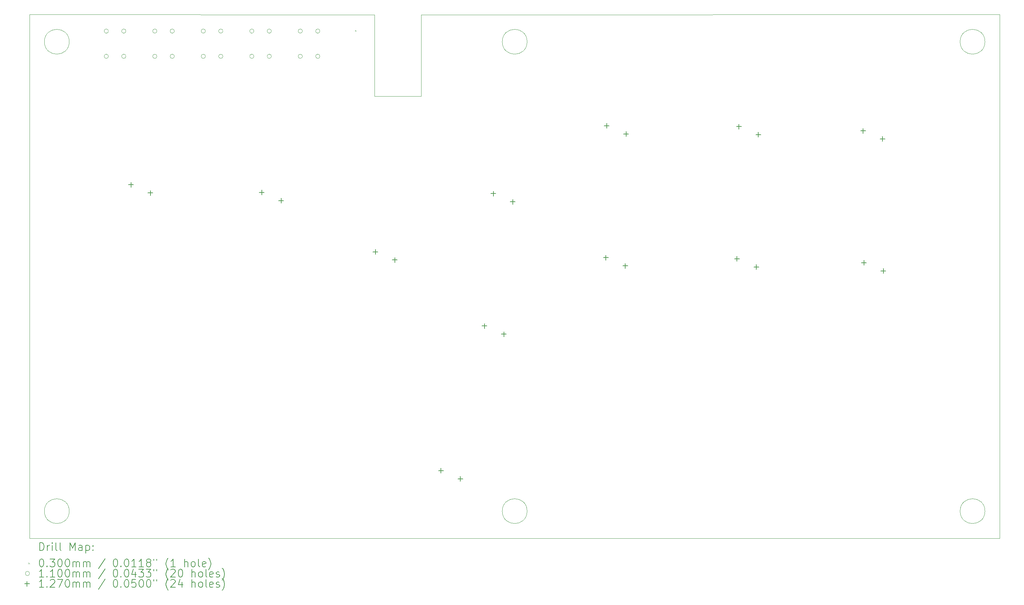
<source format=gbr>
%TF.GenerationSoftware,KiCad,Pcbnew,8.0.1*%
%TF.CreationDate,2024-03-26T13:51:36-04:00*%
%TF.ProjectId,hitbox,68697462-6f78-42e6-9b69-6361645f7063,rev?*%
%TF.SameCoordinates,Original*%
%TF.FileFunction,Drillmap*%
%TF.FilePolarity,Positive*%
%FSLAX45Y45*%
G04 Gerber Fmt 4.5, Leading zero omitted, Abs format (unit mm)*
G04 Created by KiCad (PCBNEW 8.0.1) date 2024-03-26 13:51:36*
%MOMM*%
%LPD*%
G01*
G04 APERTURE LIST*
%ADD10C,0.050000*%
%ADD11C,0.120000*%
%ADD12C,0.200000*%
%ADD13C,0.100000*%
%ADD14C,0.110000*%
%ADD15C,0.127000*%
G04 APERTURE END LIST*
D10*
X23620000Y-6450000D02*
G75*
G02*
X22980000Y-6450000I-320000J0D01*
G01*
X22980000Y-6450000D02*
G75*
G02*
X23620000Y-6450000I320000J0D01*
G01*
X23620000Y-18550000D02*
G75*
G02*
X22980000Y-18550000I-320000J0D01*
G01*
X22980000Y-18550000D02*
G75*
G02*
X23620000Y-18550000I320000J0D01*
G01*
X35420000Y-18550000D02*
G75*
G02*
X34780000Y-18550000I-320000J0D01*
G01*
X34780000Y-18550000D02*
G75*
G02*
X35420000Y-18550000I320000J0D01*
G01*
X35420000Y-6450000D02*
G75*
G02*
X34780000Y-6450000I-320000J0D01*
G01*
X34780000Y-6450000D02*
G75*
G02*
X35420000Y-6450000I320000J0D01*
G01*
X11820000Y-6450000D02*
G75*
G02*
X11180000Y-6450000I-320000J0D01*
G01*
X11180000Y-6450000D02*
G75*
G02*
X11820000Y-6450000I320000J0D01*
G01*
X11820000Y-18550000D02*
G75*
G02*
X11180000Y-18550000I-320000J0D01*
G01*
X11180000Y-18550000D02*
G75*
G02*
X11820000Y-18550000I320000J0D01*
G01*
X19691419Y-5751496D02*
X10800000Y-5750000D01*
X35800000Y-5750000D02*
X20891419Y-5751496D01*
X10800000Y-19250000D02*
X35800000Y-19250000D01*
X10800000Y-5750000D02*
X10800000Y-19250000D01*
X35800000Y-19250000D02*
X35800000Y-5750000D01*
D11*
X19691419Y-5751496D02*
X19691419Y-7851496D01*
X19691419Y-7851496D02*
X20891419Y-7851496D01*
X20891419Y-7851496D02*
X20891419Y-5751496D01*
D12*
D13*
X19185000Y-6149496D02*
X19215000Y-6179496D01*
X19215000Y-6149496D02*
X19185000Y-6179496D01*
D14*
X12830000Y-6175000D02*
G75*
G02*
X12720000Y-6175000I-55000J0D01*
G01*
X12720000Y-6175000D02*
G75*
G02*
X12830000Y-6175000I55000J0D01*
G01*
X12830000Y-6825000D02*
G75*
G02*
X12720000Y-6825000I-55000J0D01*
G01*
X12720000Y-6825000D02*
G75*
G02*
X12830000Y-6825000I55000J0D01*
G01*
X13280000Y-6175000D02*
G75*
G02*
X13170000Y-6175000I-55000J0D01*
G01*
X13170000Y-6175000D02*
G75*
G02*
X13280000Y-6175000I55000J0D01*
G01*
X13280000Y-6825000D02*
G75*
G02*
X13170000Y-6825000I-55000J0D01*
G01*
X13170000Y-6825000D02*
G75*
G02*
X13280000Y-6825000I55000J0D01*
G01*
X14080000Y-6175000D02*
G75*
G02*
X13970000Y-6175000I-55000J0D01*
G01*
X13970000Y-6175000D02*
G75*
G02*
X14080000Y-6175000I55000J0D01*
G01*
X14080000Y-6825000D02*
G75*
G02*
X13970000Y-6825000I-55000J0D01*
G01*
X13970000Y-6825000D02*
G75*
G02*
X14080000Y-6825000I55000J0D01*
G01*
X14530000Y-6175000D02*
G75*
G02*
X14420000Y-6175000I-55000J0D01*
G01*
X14420000Y-6175000D02*
G75*
G02*
X14530000Y-6175000I55000J0D01*
G01*
X14530000Y-6825000D02*
G75*
G02*
X14420000Y-6825000I-55000J0D01*
G01*
X14420000Y-6825000D02*
G75*
G02*
X14530000Y-6825000I55000J0D01*
G01*
X15330000Y-6175000D02*
G75*
G02*
X15220000Y-6175000I-55000J0D01*
G01*
X15220000Y-6175000D02*
G75*
G02*
X15330000Y-6175000I55000J0D01*
G01*
X15330000Y-6825000D02*
G75*
G02*
X15220000Y-6825000I-55000J0D01*
G01*
X15220000Y-6825000D02*
G75*
G02*
X15330000Y-6825000I55000J0D01*
G01*
X15780000Y-6175000D02*
G75*
G02*
X15670000Y-6175000I-55000J0D01*
G01*
X15670000Y-6175000D02*
G75*
G02*
X15780000Y-6175000I55000J0D01*
G01*
X15780000Y-6825000D02*
G75*
G02*
X15670000Y-6825000I-55000J0D01*
G01*
X15670000Y-6825000D02*
G75*
G02*
X15780000Y-6825000I55000J0D01*
G01*
X16580000Y-6175000D02*
G75*
G02*
X16470000Y-6175000I-55000J0D01*
G01*
X16470000Y-6175000D02*
G75*
G02*
X16580000Y-6175000I55000J0D01*
G01*
X16580000Y-6825000D02*
G75*
G02*
X16470000Y-6825000I-55000J0D01*
G01*
X16470000Y-6825000D02*
G75*
G02*
X16580000Y-6825000I55000J0D01*
G01*
X17030000Y-6175000D02*
G75*
G02*
X16920000Y-6175000I-55000J0D01*
G01*
X16920000Y-6175000D02*
G75*
G02*
X17030000Y-6175000I55000J0D01*
G01*
X17030000Y-6825000D02*
G75*
G02*
X16920000Y-6825000I-55000J0D01*
G01*
X16920000Y-6825000D02*
G75*
G02*
X17030000Y-6825000I55000J0D01*
G01*
X17830000Y-6175000D02*
G75*
G02*
X17720000Y-6175000I-55000J0D01*
G01*
X17720000Y-6175000D02*
G75*
G02*
X17830000Y-6175000I55000J0D01*
G01*
X17830000Y-6825000D02*
G75*
G02*
X17720000Y-6825000I-55000J0D01*
G01*
X17720000Y-6825000D02*
G75*
G02*
X17830000Y-6825000I55000J0D01*
G01*
X18280000Y-6175000D02*
G75*
G02*
X18170000Y-6175000I-55000J0D01*
G01*
X18170000Y-6175000D02*
G75*
G02*
X18280000Y-6175000I55000J0D01*
G01*
X18280000Y-6825000D02*
G75*
G02*
X18170000Y-6825000I-55000J0D01*
G01*
X18170000Y-6825000D02*
G75*
G02*
X18280000Y-6825000I55000J0D01*
G01*
D15*
X13410000Y-10071500D02*
X13410000Y-10198500D01*
X13346500Y-10135000D02*
X13473500Y-10135000D01*
X13910000Y-10281500D02*
X13910000Y-10408500D01*
X13846500Y-10345000D02*
X13973500Y-10345000D01*
X16780000Y-10271500D02*
X16780000Y-10398500D01*
X16716500Y-10335000D02*
X16843500Y-10335000D01*
X17280000Y-10481500D02*
X17280000Y-10608500D01*
X17216500Y-10545000D02*
X17343500Y-10545000D01*
X19710000Y-11801500D02*
X19710000Y-11928500D01*
X19646500Y-11865000D02*
X19773500Y-11865000D01*
X20210000Y-12011500D02*
X20210000Y-12138500D01*
X20146500Y-12075000D02*
X20273500Y-12075000D01*
X21400000Y-17441500D02*
X21400000Y-17568500D01*
X21336500Y-17505000D02*
X21463500Y-17505000D01*
X21900000Y-17651500D02*
X21900000Y-17778500D01*
X21836500Y-17715000D02*
X21963500Y-17715000D01*
X22520000Y-13711500D02*
X22520000Y-13838500D01*
X22456500Y-13775000D02*
X22583500Y-13775000D01*
X22750000Y-10301500D02*
X22750000Y-10428500D01*
X22686500Y-10365000D02*
X22813500Y-10365000D01*
X23020000Y-13921500D02*
X23020000Y-14048500D01*
X22956500Y-13985000D02*
X23083500Y-13985000D01*
X23250000Y-10511500D02*
X23250000Y-10638500D01*
X23186500Y-10575000D02*
X23313500Y-10575000D01*
X25650000Y-11951500D02*
X25650000Y-12078500D01*
X25586500Y-12015000D02*
X25713500Y-12015000D01*
X25670000Y-8551500D02*
X25670000Y-8678500D01*
X25606500Y-8615000D02*
X25733500Y-8615000D01*
X26150000Y-12161500D02*
X26150000Y-12288500D01*
X26086500Y-12225000D02*
X26213500Y-12225000D01*
X26170000Y-8761500D02*
X26170000Y-8888500D01*
X26106500Y-8825000D02*
X26233500Y-8825000D01*
X29030000Y-11981500D02*
X29030000Y-12108500D01*
X28966500Y-12045000D02*
X29093500Y-12045000D01*
X29080000Y-8571500D02*
X29080000Y-8698500D01*
X29016500Y-8635000D02*
X29143500Y-8635000D01*
X29530000Y-12191500D02*
X29530000Y-12318500D01*
X29466500Y-12255000D02*
X29593500Y-12255000D01*
X29580000Y-8781500D02*
X29580000Y-8908500D01*
X29516500Y-8845000D02*
X29643500Y-8845000D01*
X32280000Y-8681500D02*
X32280000Y-8808500D01*
X32216500Y-8745000D02*
X32343500Y-8745000D01*
X32300000Y-12081500D02*
X32300000Y-12208500D01*
X32236500Y-12145000D02*
X32363500Y-12145000D01*
X32780000Y-8891500D02*
X32780000Y-9018500D01*
X32716500Y-8955000D02*
X32843500Y-8955000D01*
X32800000Y-12291500D02*
X32800000Y-12418500D01*
X32736500Y-12355000D02*
X32863500Y-12355000D01*
D12*
X11058277Y-19563984D02*
X11058277Y-19363984D01*
X11058277Y-19363984D02*
X11105896Y-19363984D01*
X11105896Y-19363984D02*
X11134467Y-19373508D01*
X11134467Y-19373508D02*
X11153515Y-19392555D01*
X11153515Y-19392555D02*
X11163039Y-19411603D01*
X11163039Y-19411603D02*
X11172563Y-19449698D01*
X11172563Y-19449698D02*
X11172563Y-19478270D01*
X11172563Y-19478270D02*
X11163039Y-19516365D01*
X11163039Y-19516365D02*
X11153515Y-19535412D01*
X11153515Y-19535412D02*
X11134467Y-19554460D01*
X11134467Y-19554460D02*
X11105896Y-19563984D01*
X11105896Y-19563984D02*
X11058277Y-19563984D01*
X11258277Y-19563984D02*
X11258277Y-19430650D01*
X11258277Y-19468746D02*
X11267801Y-19449698D01*
X11267801Y-19449698D02*
X11277324Y-19440174D01*
X11277324Y-19440174D02*
X11296372Y-19430650D01*
X11296372Y-19430650D02*
X11315420Y-19430650D01*
X11382086Y-19563984D02*
X11382086Y-19430650D01*
X11382086Y-19363984D02*
X11372562Y-19373508D01*
X11372562Y-19373508D02*
X11382086Y-19383031D01*
X11382086Y-19383031D02*
X11391610Y-19373508D01*
X11391610Y-19373508D02*
X11382086Y-19363984D01*
X11382086Y-19363984D02*
X11382086Y-19383031D01*
X11505896Y-19563984D02*
X11486848Y-19554460D01*
X11486848Y-19554460D02*
X11477324Y-19535412D01*
X11477324Y-19535412D02*
X11477324Y-19363984D01*
X11610658Y-19563984D02*
X11591610Y-19554460D01*
X11591610Y-19554460D02*
X11582086Y-19535412D01*
X11582086Y-19535412D02*
X11582086Y-19363984D01*
X11839229Y-19563984D02*
X11839229Y-19363984D01*
X11839229Y-19363984D02*
X11905896Y-19506841D01*
X11905896Y-19506841D02*
X11972562Y-19363984D01*
X11972562Y-19363984D02*
X11972562Y-19563984D01*
X12153515Y-19563984D02*
X12153515Y-19459222D01*
X12153515Y-19459222D02*
X12143991Y-19440174D01*
X12143991Y-19440174D02*
X12124943Y-19430650D01*
X12124943Y-19430650D02*
X12086848Y-19430650D01*
X12086848Y-19430650D02*
X12067801Y-19440174D01*
X12153515Y-19554460D02*
X12134467Y-19563984D01*
X12134467Y-19563984D02*
X12086848Y-19563984D01*
X12086848Y-19563984D02*
X12067801Y-19554460D01*
X12067801Y-19554460D02*
X12058277Y-19535412D01*
X12058277Y-19535412D02*
X12058277Y-19516365D01*
X12058277Y-19516365D02*
X12067801Y-19497317D01*
X12067801Y-19497317D02*
X12086848Y-19487793D01*
X12086848Y-19487793D02*
X12134467Y-19487793D01*
X12134467Y-19487793D02*
X12153515Y-19478270D01*
X12248753Y-19430650D02*
X12248753Y-19630650D01*
X12248753Y-19440174D02*
X12267801Y-19430650D01*
X12267801Y-19430650D02*
X12305896Y-19430650D01*
X12305896Y-19430650D02*
X12324943Y-19440174D01*
X12324943Y-19440174D02*
X12334467Y-19449698D01*
X12334467Y-19449698D02*
X12343991Y-19468746D01*
X12343991Y-19468746D02*
X12343991Y-19525889D01*
X12343991Y-19525889D02*
X12334467Y-19544936D01*
X12334467Y-19544936D02*
X12324943Y-19554460D01*
X12324943Y-19554460D02*
X12305896Y-19563984D01*
X12305896Y-19563984D02*
X12267801Y-19563984D01*
X12267801Y-19563984D02*
X12248753Y-19554460D01*
X12429705Y-19544936D02*
X12439229Y-19554460D01*
X12439229Y-19554460D02*
X12429705Y-19563984D01*
X12429705Y-19563984D02*
X12420182Y-19554460D01*
X12420182Y-19554460D02*
X12429705Y-19544936D01*
X12429705Y-19544936D02*
X12429705Y-19563984D01*
X12429705Y-19440174D02*
X12439229Y-19449698D01*
X12439229Y-19449698D02*
X12429705Y-19459222D01*
X12429705Y-19459222D02*
X12420182Y-19449698D01*
X12420182Y-19449698D02*
X12429705Y-19440174D01*
X12429705Y-19440174D02*
X12429705Y-19459222D01*
D13*
X10767500Y-19877500D02*
X10797500Y-19907500D01*
X10797500Y-19877500D02*
X10767500Y-19907500D01*
D12*
X11096372Y-19783984D02*
X11115420Y-19783984D01*
X11115420Y-19783984D02*
X11134467Y-19793508D01*
X11134467Y-19793508D02*
X11143991Y-19803031D01*
X11143991Y-19803031D02*
X11153515Y-19822079D01*
X11153515Y-19822079D02*
X11163039Y-19860174D01*
X11163039Y-19860174D02*
X11163039Y-19907793D01*
X11163039Y-19907793D02*
X11153515Y-19945889D01*
X11153515Y-19945889D02*
X11143991Y-19964936D01*
X11143991Y-19964936D02*
X11134467Y-19974460D01*
X11134467Y-19974460D02*
X11115420Y-19983984D01*
X11115420Y-19983984D02*
X11096372Y-19983984D01*
X11096372Y-19983984D02*
X11077324Y-19974460D01*
X11077324Y-19974460D02*
X11067801Y-19964936D01*
X11067801Y-19964936D02*
X11058277Y-19945889D01*
X11058277Y-19945889D02*
X11048753Y-19907793D01*
X11048753Y-19907793D02*
X11048753Y-19860174D01*
X11048753Y-19860174D02*
X11058277Y-19822079D01*
X11058277Y-19822079D02*
X11067801Y-19803031D01*
X11067801Y-19803031D02*
X11077324Y-19793508D01*
X11077324Y-19793508D02*
X11096372Y-19783984D01*
X11248753Y-19964936D02*
X11258277Y-19974460D01*
X11258277Y-19974460D02*
X11248753Y-19983984D01*
X11248753Y-19983984D02*
X11239229Y-19974460D01*
X11239229Y-19974460D02*
X11248753Y-19964936D01*
X11248753Y-19964936D02*
X11248753Y-19983984D01*
X11324943Y-19783984D02*
X11448753Y-19783984D01*
X11448753Y-19783984D02*
X11382086Y-19860174D01*
X11382086Y-19860174D02*
X11410658Y-19860174D01*
X11410658Y-19860174D02*
X11429705Y-19869698D01*
X11429705Y-19869698D02*
X11439229Y-19879222D01*
X11439229Y-19879222D02*
X11448753Y-19898270D01*
X11448753Y-19898270D02*
X11448753Y-19945889D01*
X11448753Y-19945889D02*
X11439229Y-19964936D01*
X11439229Y-19964936D02*
X11429705Y-19974460D01*
X11429705Y-19974460D02*
X11410658Y-19983984D01*
X11410658Y-19983984D02*
X11353515Y-19983984D01*
X11353515Y-19983984D02*
X11334467Y-19974460D01*
X11334467Y-19974460D02*
X11324943Y-19964936D01*
X11572562Y-19783984D02*
X11591610Y-19783984D01*
X11591610Y-19783984D02*
X11610658Y-19793508D01*
X11610658Y-19793508D02*
X11620182Y-19803031D01*
X11620182Y-19803031D02*
X11629705Y-19822079D01*
X11629705Y-19822079D02*
X11639229Y-19860174D01*
X11639229Y-19860174D02*
X11639229Y-19907793D01*
X11639229Y-19907793D02*
X11629705Y-19945889D01*
X11629705Y-19945889D02*
X11620182Y-19964936D01*
X11620182Y-19964936D02*
X11610658Y-19974460D01*
X11610658Y-19974460D02*
X11591610Y-19983984D01*
X11591610Y-19983984D02*
X11572562Y-19983984D01*
X11572562Y-19983984D02*
X11553515Y-19974460D01*
X11553515Y-19974460D02*
X11543991Y-19964936D01*
X11543991Y-19964936D02*
X11534467Y-19945889D01*
X11534467Y-19945889D02*
X11524943Y-19907793D01*
X11524943Y-19907793D02*
X11524943Y-19860174D01*
X11524943Y-19860174D02*
X11534467Y-19822079D01*
X11534467Y-19822079D02*
X11543991Y-19803031D01*
X11543991Y-19803031D02*
X11553515Y-19793508D01*
X11553515Y-19793508D02*
X11572562Y-19783984D01*
X11763039Y-19783984D02*
X11782086Y-19783984D01*
X11782086Y-19783984D02*
X11801134Y-19793508D01*
X11801134Y-19793508D02*
X11810658Y-19803031D01*
X11810658Y-19803031D02*
X11820182Y-19822079D01*
X11820182Y-19822079D02*
X11829705Y-19860174D01*
X11829705Y-19860174D02*
X11829705Y-19907793D01*
X11829705Y-19907793D02*
X11820182Y-19945889D01*
X11820182Y-19945889D02*
X11810658Y-19964936D01*
X11810658Y-19964936D02*
X11801134Y-19974460D01*
X11801134Y-19974460D02*
X11782086Y-19983984D01*
X11782086Y-19983984D02*
X11763039Y-19983984D01*
X11763039Y-19983984D02*
X11743991Y-19974460D01*
X11743991Y-19974460D02*
X11734467Y-19964936D01*
X11734467Y-19964936D02*
X11724943Y-19945889D01*
X11724943Y-19945889D02*
X11715420Y-19907793D01*
X11715420Y-19907793D02*
X11715420Y-19860174D01*
X11715420Y-19860174D02*
X11724943Y-19822079D01*
X11724943Y-19822079D02*
X11734467Y-19803031D01*
X11734467Y-19803031D02*
X11743991Y-19793508D01*
X11743991Y-19793508D02*
X11763039Y-19783984D01*
X11915420Y-19983984D02*
X11915420Y-19850650D01*
X11915420Y-19869698D02*
X11924943Y-19860174D01*
X11924943Y-19860174D02*
X11943991Y-19850650D01*
X11943991Y-19850650D02*
X11972563Y-19850650D01*
X11972563Y-19850650D02*
X11991610Y-19860174D01*
X11991610Y-19860174D02*
X12001134Y-19879222D01*
X12001134Y-19879222D02*
X12001134Y-19983984D01*
X12001134Y-19879222D02*
X12010658Y-19860174D01*
X12010658Y-19860174D02*
X12029705Y-19850650D01*
X12029705Y-19850650D02*
X12058277Y-19850650D01*
X12058277Y-19850650D02*
X12077324Y-19860174D01*
X12077324Y-19860174D02*
X12086848Y-19879222D01*
X12086848Y-19879222D02*
X12086848Y-19983984D01*
X12182086Y-19983984D02*
X12182086Y-19850650D01*
X12182086Y-19869698D02*
X12191610Y-19860174D01*
X12191610Y-19860174D02*
X12210658Y-19850650D01*
X12210658Y-19850650D02*
X12239229Y-19850650D01*
X12239229Y-19850650D02*
X12258277Y-19860174D01*
X12258277Y-19860174D02*
X12267801Y-19879222D01*
X12267801Y-19879222D02*
X12267801Y-19983984D01*
X12267801Y-19879222D02*
X12277324Y-19860174D01*
X12277324Y-19860174D02*
X12296372Y-19850650D01*
X12296372Y-19850650D02*
X12324943Y-19850650D01*
X12324943Y-19850650D02*
X12343991Y-19860174D01*
X12343991Y-19860174D02*
X12353515Y-19879222D01*
X12353515Y-19879222D02*
X12353515Y-19983984D01*
X12743991Y-19774460D02*
X12572563Y-20031603D01*
X13001134Y-19783984D02*
X13020182Y-19783984D01*
X13020182Y-19783984D02*
X13039229Y-19793508D01*
X13039229Y-19793508D02*
X13048753Y-19803031D01*
X13048753Y-19803031D02*
X13058277Y-19822079D01*
X13058277Y-19822079D02*
X13067801Y-19860174D01*
X13067801Y-19860174D02*
X13067801Y-19907793D01*
X13067801Y-19907793D02*
X13058277Y-19945889D01*
X13058277Y-19945889D02*
X13048753Y-19964936D01*
X13048753Y-19964936D02*
X13039229Y-19974460D01*
X13039229Y-19974460D02*
X13020182Y-19983984D01*
X13020182Y-19983984D02*
X13001134Y-19983984D01*
X13001134Y-19983984D02*
X12982086Y-19974460D01*
X12982086Y-19974460D02*
X12972563Y-19964936D01*
X12972563Y-19964936D02*
X12963039Y-19945889D01*
X12963039Y-19945889D02*
X12953515Y-19907793D01*
X12953515Y-19907793D02*
X12953515Y-19860174D01*
X12953515Y-19860174D02*
X12963039Y-19822079D01*
X12963039Y-19822079D02*
X12972563Y-19803031D01*
X12972563Y-19803031D02*
X12982086Y-19793508D01*
X12982086Y-19793508D02*
X13001134Y-19783984D01*
X13153515Y-19964936D02*
X13163039Y-19974460D01*
X13163039Y-19974460D02*
X13153515Y-19983984D01*
X13153515Y-19983984D02*
X13143991Y-19974460D01*
X13143991Y-19974460D02*
X13153515Y-19964936D01*
X13153515Y-19964936D02*
X13153515Y-19983984D01*
X13286848Y-19783984D02*
X13305896Y-19783984D01*
X13305896Y-19783984D02*
X13324944Y-19793508D01*
X13324944Y-19793508D02*
X13334467Y-19803031D01*
X13334467Y-19803031D02*
X13343991Y-19822079D01*
X13343991Y-19822079D02*
X13353515Y-19860174D01*
X13353515Y-19860174D02*
X13353515Y-19907793D01*
X13353515Y-19907793D02*
X13343991Y-19945889D01*
X13343991Y-19945889D02*
X13334467Y-19964936D01*
X13334467Y-19964936D02*
X13324944Y-19974460D01*
X13324944Y-19974460D02*
X13305896Y-19983984D01*
X13305896Y-19983984D02*
X13286848Y-19983984D01*
X13286848Y-19983984D02*
X13267801Y-19974460D01*
X13267801Y-19974460D02*
X13258277Y-19964936D01*
X13258277Y-19964936D02*
X13248753Y-19945889D01*
X13248753Y-19945889D02*
X13239229Y-19907793D01*
X13239229Y-19907793D02*
X13239229Y-19860174D01*
X13239229Y-19860174D02*
X13248753Y-19822079D01*
X13248753Y-19822079D02*
X13258277Y-19803031D01*
X13258277Y-19803031D02*
X13267801Y-19793508D01*
X13267801Y-19793508D02*
X13286848Y-19783984D01*
X13543991Y-19983984D02*
X13429706Y-19983984D01*
X13486848Y-19983984D02*
X13486848Y-19783984D01*
X13486848Y-19783984D02*
X13467801Y-19812555D01*
X13467801Y-19812555D02*
X13448753Y-19831603D01*
X13448753Y-19831603D02*
X13429706Y-19841127D01*
X13734467Y-19983984D02*
X13620182Y-19983984D01*
X13677325Y-19983984D02*
X13677325Y-19783984D01*
X13677325Y-19783984D02*
X13658277Y-19812555D01*
X13658277Y-19812555D02*
X13639229Y-19831603D01*
X13639229Y-19831603D02*
X13620182Y-19841127D01*
X13848753Y-19869698D02*
X13829706Y-19860174D01*
X13829706Y-19860174D02*
X13820182Y-19850650D01*
X13820182Y-19850650D02*
X13810658Y-19831603D01*
X13810658Y-19831603D02*
X13810658Y-19822079D01*
X13810658Y-19822079D02*
X13820182Y-19803031D01*
X13820182Y-19803031D02*
X13829706Y-19793508D01*
X13829706Y-19793508D02*
X13848753Y-19783984D01*
X13848753Y-19783984D02*
X13886848Y-19783984D01*
X13886848Y-19783984D02*
X13905896Y-19793508D01*
X13905896Y-19793508D02*
X13915420Y-19803031D01*
X13915420Y-19803031D02*
X13924944Y-19822079D01*
X13924944Y-19822079D02*
X13924944Y-19831603D01*
X13924944Y-19831603D02*
X13915420Y-19850650D01*
X13915420Y-19850650D02*
X13905896Y-19860174D01*
X13905896Y-19860174D02*
X13886848Y-19869698D01*
X13886848Y-19869698D02*
X13848753Y-19869698D01*
X13848753Y-19869698D02*
X13829706Y-19879222D01*
X13829706Y-19879222D02*
X13820182Y-19888746D01*
X13820182Y-19888746D02*
X13810658Y-19907793D01*
X13810658Y-19907793D02*
X13810658Y-19945889D01*
X13810658Y-19945889D02*
X13820182Y-19964936D01*
X13820182Y-19964936D02*
X13829706Y-19974460D01*
X13829706Y-19974460D02*
X13848753Y-19983984D01*
X13848753Y-19983984D02*
X13886848Y-19983984D01*
X13886848Y-19983984D02*
X13905896Y-19974460D01*
X13905896Y-19974460D02*
X13915420Y-19964936D01*
X13915420Y-19964936D02*
X13924944Y-19945889D01*
X13924944Y-19945889D02*
X13924944Y-19907793D01*
X13924944Y-19907793D02*
X13915420Y-19888746D01*
X13915420Y-19888746D02*
X13905896Y-19879222D01*
X13905896Y-19879222D02*
X13886848Y-19869698D01*
X14001134Y-19783984D02*
X14001134Y-19822079D01*
X14077325Y-19783984D02*
X14077325Y-19822079D01*
X14372563Y-20060174D02*
X14363039Y-20050650D01*
X14363039Y-20050650D02*
X14343991Y-20022079D01*
X14343991Y-20022079D02*
X14334468Y-20003031D01*
X14334468Y-20003031D02*
X14324944Y-19974460D01*
X14324944Y-19974460D02*
X14315420Y-19926841D01*
X14315420Y-19926841D02*
X14315420Y-19888746D01*
X14315420Y-19888746D02*
X14324944Y-19841127D01*
X14324944Y-19841127D02*
X14334468Y-19812555D01*
X14334468Y-19812555D02*
X14343991Y-19793508D01*
X14343991Y-19793508D02*
X14363039Y-19764936D01*
X14363039Y-19764936D02*
X14372563Y-19755412D01*
X14553515Y-19983984D02*
X14439229Y-19983984D01*
X14496372Y-19983984D02*
X14496372Y-19783984D01*
X14496372Y-19783984D02*
X14477325Y-19812555D01*
X14477325Y-19812555D02*
X14458277Y-19831603D01*
X14458277Y-19831603D02*
X14439229Y-19841127D01*
X14791610Y-19983984D02*
X14791610Y-19783984D01*
X14877325Y-19983984D02*
X14877325Y-19879222D01*
X14877325Y-19879222D02*
X14867801Y-19860174D01*
X14867801Y-19860174D02*
X14848753Y-19850650D01*
X14848753Y-19850650D02*
X14820182Y-19850650D01*
X14820182Y-19850650D02*
X14801134Y-19860174D01*
X14801134Y-19860174D02*
X14791610Y-19869698D01*
X15001134Y-19983984D02*
X14982087Y-19974460D01*
X14982087Y-19974460D02*
X14972563Y-19964936D01*
X14972563Y-19964936D02*
X14963039Y-19945889D01*
X14963039Y-19945889D02*
X14963039Y-19888746D01*
X14963039Y-19888746D02*
X14972563Y-19869698D01*
X14972563Y-19869698D02*
X14982087Y-19860174D01*
X14982087Y-19860174D02*
X15001134Y-19850650D01*
X15001134Y-19850650D02*
X15029706Y-19850650D01*
X15029706Y-19850650D02*
X15048753Y-19860174D01*
X15048753Y-19860174D02*
X15058277Y-19869698D01*
X15058277Y-19869698D02*
X15067801Y-19888746D01*
X15067801Y-19888746D02*
X15067801Y-19945889D01*
X15067801Y-19945889D02*
X15058277Y-19964936D01*
X15058277Y-19964936D02*
X15048753Y-19974460D01*
X15048753Y-19974460D02*
X15029706Y-19983984D01*
X15029706Y-19983984D02*
X15001134Y-19983984D01*
X15182087Y-19983984D02*
X15163039Y-19974460D01*
X15163039Y-19974460D02*
X15153515Y-19955412D01*
X15153515Y-19955412D02*
X15153515Y-19783984D01*
X15334468Y-19974460D02*
X15315420Y-19983984D01*
X15315420Y-19983984D02*
X15277325Y-19983984D01*
X15277325Y-19983984D02*
X15258277Y-19974460D01*
X15258277Y-19974460D02*
X15248753Y-19955412D01*
X15248753Y-19955412D02*
X15248753Y-19879222D01*
X15248753Y-19879222D02*
X15258277Y-19860174D01*
X15258277Y-19860174D02*
X15277325Y-19850650D01*
X15277325Y-19850650D02*
X15315420Y-19850650D01*
X15315420Y-19850650D02*
X15334468Y-19860174D01*
X15334468Y-19860174D02*
X15343991Y-19879222D01*
X15343991Y-19879222D02*
X15343991Y-19898270D01*
X15343991Y-19898270D02*
X15248753Y-19917317D01*
X15410658Y-20060174D02*
X15420182Y-20050650D01*
X15420182Y-20050650D02*
X15439230Y-20022079D01*
X15439230Y-20022079D02*
X15448753Y-20003031D01*
X15448753Y-20003031D02*
X15458277Y-19974460D01*
X15458277Y-19974460D02*
X15467801Y-19926841D01*
X15467801Y-19926841D02*
X15467801Y-19888746D01*
X15467801Y-19888746D02*
X15458277Y-19841127D01*
X15458277Y-19841127D02*
X15448753Y-19812555D01*
X15448753Y-19812555D02*
X15439230Y-19793508D01*
X15439230Y-19793508D02*
X15420182Y-19764936D01*
X15420182Y-19764936D02*
X15410658Y-19755412D01*
D14*
X10797500Y-20156500D02*
G75*
G02*
X10687500Y-20156500I-55000J0D01*
G01*
X10687500Y-20156500D02*
G75*
G02*
X10797500Y-20156500I55000J0D01*
G01*
D12*
X11163039Y-20247984D02*
X11048753Y-20247984D01*
X11105896Y-20247984D02*
X11105896Y-20047984D01*
X11105896Y-20047984D02*
X11086848Y-20076555D01*
X11086848Y-20076555D02*
X11067801Y-20095603D01*
X11067801Y-20095603D02*
X11048753Y-20105127D01*
X11248753Y-20228936D02*
X11258277Y-20238460D01*
X11258277Y-20238460D02*
X11248753Y-20247984D01*
X11248753Y-20247984D02*
X11239229Y-20238460D01*
X11239229Y-20238460D02*
X11248753Y-20228936D01*
X11248753Y-20228936D02*
X11248753Y-20247984D01*
X11448753Y-20247984D02*
X11334467Y-20247984D01*
X11391610Y-20247984D02*
X11391610Y-20047984D01*
X11391610Y-20047984D02*
X11372562Y-20076555D01*
X11372562Y-20076555D02*
X11353515Y-20095603D01*
X11353515Y-20095603D02*
X11334467Y-20105127D01*
X11572562Y-20047984D02*
X11591610Y-20047984D01*
X11591610Y-20047984D02*
X11610658Y-20057508D01*
X11610658Y-20057508D02*
X11620182Y-20067031D01*
X11620182Y-20067031D02*
X11629705Y-20086079D01*
X11629705Y-20086079D02*
X11639229Y-20124174D01*
X11639229Y-20124174D02*
X11639229Y-20171793D01*
X11639229Y-20171793D02*
X11629705Y-20209889D01*
X11629705Y-20209889D02*
X11620182Y-20228936D01*
X11620182Y-20228936D02*
X11610658Y-20238460D01*
X11610658Y-20238460D02*
X11591610Y-20247984D01*
X11591610Y-20247984D02*
X11572562Y-20247984D01*
X11572562Y-20247984D02*
X11553515Y-20238460D01*
X11553515Y-20238460D02*
X11543991Y-20228936D01*
X11543991Y-20228936D02*
X11534467Y-20209889D01*
X11534467Y-20209889D02*
X11524943Y-20171793D01*
X11524943Y-20171793D02*
X11524943Y-20124174D01*
X11524943Y-20124174D02*
X11534467Y-20086079D01*
X11534467Y-20086079D02*
X11543991Y-20067031D01*
X11543991Y-20067031D02*
X11553515Y-20057508D01*
X11553515Y-20057508D02*
X11572562Y-20047984D01*
X11763039Y-20047984D02*
X11782086Y-20047984D01*
X11782086Y-20047984D02*
X11801134Y-20057508D01*
X11801134Y-20057508D02*
X11810658Y-20067031D01*
X11810658Y-20067031D02*
X11820182Y-20086079D01*
X11820182Y-20086079D02*
X11829705Y-20124174D01*
X11829705Y-20124174D02*
X11829705Y-20171793D01*
X11829705Y-20171793D02*
X11820182Y-20209889D01*
X11820182Y-20209889D02*
X11810658Y-20228936D01*
X11810658Y-20228936D02*
X11801134Y-20238460D01*
X11801134Y-20238460D02*
X11782086Y-20247984D01*
X11782086Y-20247984D02*
X11763039Y-20247984D01*
X11763039Y-20247984D02*
X11743991Y-20238460D01*
X11743991Y-20238460D02*
X11734467Y-20228936D01*
X11734467Y-20228936D02*
X11724943Y-20209889D01*
X11724943Y-20209889D02*
X11715420Y-20171793D01*
X11715420Y-20171793D02*
X11715420Y-20124174D01*
X11715420Y-20124174D02*
X11724943Y-20086079D01*
X11724943Y-20086079D02*
X11734467Y-20067031D01*
X11734467Y-20067031D02*
X11743991Y-20057508D01*
X11743991Y-20057508D02*
X11763039Y-20047984D01*
X11915420Y-20247984D02*
X11915420Y-20114650D01*
X11915420Y-20133698D02*
X11924943Y-20124174D01*
X11924943Y-20124174D02*
X11943991Y-20114650D01*
X11943991Y-20114650D02*
X11972563Y-20114650D01*
X11972563Y-20114650D02*
X11991610Y-20124174D01*
X11991610Y-20124174D02*
X12001134Y-20143222D01*
X12001134Y-20143222D02*
X12001134Y-20247984D01*
X12001134Y-20143222D02*
X12010658Y-20124174D01*
X12010658Y-20124174D02*
X12029705Y-20114650D01*
X12029705Y-20114650D02*
X12058277Y-20114650D01*
X12058277Y-20114650D02*
X12077324Y-20124174D01*
X12077324Y-20124174D02*
X12086848Y-20143222D01*
X12086848Y-20143222D02*
X12086848Y-20247984D01*
X12182086Y-20247984D02*
X12182086Y-20114650D01*
X12182086Y-20133698D02*
X12191610Y-20124174D01*
X12191610Y-20124174D02*
X12210658Y-20114650D01*
X12210658Y-20114650D02*
X12239229Y-20114650D01*
X12239229Y-20114650D02*
X12258277Y-20124174D01*
X12258277Y-20124174D02*
X12267801Y-20143222D01*
X12267801Y-20143222D02*
X12267801Y-20247984D01*
X12267801Y-20143222D02*
X12277324Y-20124174D01*
X12277324Y-20124174D02*
X12296372Y-20114650D01*
X12296372Y-20114650D02*
X12324943Y-20114650D01*
X12324943Y-20114650D02*
X12343991Y-20124174D01*
X12343991Y-20124174D02*
X12353515Y-20143222D01*
X12353515Y-20143222D02*
X12353515Y-20247984D01*
X12743991Y-20038460D02*
X12572563Y-20295603D01*
X13001134Y-20047984D02*
X13020182Y-20047984D01*
X13020182Y-20047984D02*
X13039229Y-20057508D01*
X13039229Y-20057508D02*
X13048753Y-20067031D01*
X13048753Y-20067031D02*
X13058277Y-20086079D01*
X13058277Y-20086079D02*
X13067801Y-20124174D01*
X13067801Y-20124174D02*
X13067801Y-20171793D01*
X13067801Y-20171793D02*
X13058277Y-20209889D01*
X13058277Y-20209889D02*
X13048753Y-20228936D01*
X13048753Y-20228936D02*
X13039229Y-20238460D01*
X13039229Y-20238460D02*
X13020182Y-20247984D01*
X13020182Y-20247984D02*
X13001134Y-20247984D01*
X13001134Y-20247984D02*
X12982086Y-20238460D01*
X12982086Y-20238460D02*
X12972563Y-20228936D01*
X12972563Y-20228936D02*
X12963039Y-20209889D01*
X12963039Y-20209889D02*
X12953515Y-20171793D01*
X12953515Y-20171793D02*
X12953515Y-20124174D01*
X12953515Y-20124174D02*
X12963039Y-20086079D01*
X12963039Y-20086079D02*
X12972563Y-20067031D01*
X12972563Y-20067031D02*
X12982086Y-20057508D01*
X12982086Y-20057508D02*
X13001134Y-20047984D01*
X13153515Y-20228936D02*
X13163039Y-20238460D01*
X13163039Y-20238460D02*
X13153515Y-20247984D01*
X13153515Y-20247984D02*
X13143991Y-20238460D01*
X13143991Y-20238460D02*
X13153515Y-20228936D01*
X13153515Y-20228936D02*
X13153515Y-20247984D01*
X13286848Y-20047984D02*
X13305896Y-20047984D01*
X13305896Y-20047984D02*
X13324944Y-20057508D01*
X13324944Y-20057508D02*
X13334467Y-20067031D01*
X13334467Y-20067031D02*
X13343991Y-20086079D01*
X13343991Y-20086079D02*
X13353515Y-20124174D01*
X13353515Y-20124174D02*
X13353515Y-20171793D01*
X13353515Y-20171793D02*
X13343991Y-20209889D01*
X13343991Y-20209889D02*
X13334467Y-20228936D01*
X13334467Y-20228936D02*
X13324944Y-20238460D01*
X13324944Y-20238460D02*
X13305896Y-20247984D01*
X13305896Y-20247984D02*
X13286848Y-20247984D01*
X13286848Y-20247984D02*
X13267801Y-20238460D01*
X13267801Y-20238460D02*
X13258277Y-20228936D01*
X13258277Y-20228936D02*
X13248753Y-20209889D01*
X13248753Y-20209889D02*
X13239229Y-20171793D01*
X13239229Y-20171793D02*
X13239229Y-20124174D01*
X13239229Y-20124174D02*
X13248753Y-20086079D01*
X13248753Y-20086079D02*
X13258277Y-20067031D01*
X13258277Y-20067031D02*
X13267801Y-20057508D01*
X13267801Y-20057508D02*
X13286848Y-20047984D01*
X13524944Y-20114650D02*
X13524944Y-20247984D01*
X13477325Y-20038460D02*
X13429706Y-20181317D01*
X13429706Y-20181317D02*
X13553515Y-20181317D01*
X13610658Y-20047984D02*
X13734467Y-20047984D01*
X13734467Y-20047984D02*
X13667801Y-20124174D01*
X13667801Y-20124174D02*
X13696372Y-20124174D01*
X13696372Y-20124174D02*
X13715420Y-20133698D01*
X13715420Y-20133698D02*
X13724944Y-20143222D01*
X13724944Y-20143222D02*
X13734467Y-20162270D01*
X13734467Y-20162270D02*
X13734467Y-20209889D01*
X13734467Y-20209889D02*
X13724944Y-20228936D01*
X13724944Y-20228936D02*
X13715420Y-20238460D01*
X13715420Y-20238460D02*
X13696372Y-20247984D01*
X13696372Y-20247984D02*
X13639229Y-20247984D01*
X13639229Y-20247984D02*
X13620182Y-20238460D01*
X13620182Y-20238460D02*
X13610658Y-20228936D01*
X13801134Y-20047984D02*
X13924944Y-20047984D01*
X13924944Y-20047984D02*
X13858277Y-20124174D01*
X13858277Y-20124174D02*
X13886848Y-20124174D01*
X13886848Y-20124174D02*
X13905896Y-20133698D01*
X13905896Y-20133698D02*
X13915420Y-20143222D01*
X13915420Y-20143222D02*
X13924944Y-20162270D01*
X13924944Y-20162270D02*
X13924944Y-20209889D01*
X13924944Y-20209889D02*
X13915420Y-20228936D01*
X13915420Y-20228936D02*
X13905896Y-20238460D01*
X13905896Y-20238460D02*
X13886848Y-20247984D01*
X13886848Y-20247984D02*
X13829706Y-20247984D01*
X13829706Y-20247984D02*
X13810658Y-20238460D01*
X13810658Y-20238460D02*
X13801134Y-20228936D01*
X14001134Y-20047984D02*
X14001134Y-20086079D01*
X14077325Y-20047984D02*
X14077325Y-20086079D01*
X14372563Y-20324174D02*
X14363039Y-20314650D01*
X14363039Y-20314650D02*
X14343991Y-20286079D01*
X14343991Y-20286079D02*
X14334468Y-20267031D01*
X14334468Y-20267031D02*
X14324944Y-20238460D01*
X14324944Y-20238460D02*
X14315420Y-20190841D01*
X14315420Y-20190841D02*
X14315420Y-20152746D01*
X14315420Y-20152746D02*
X14324944Y-20105127D01*
X14324944Y-20105127D02*
X14334468Y-20076555D01*
X14334468Y-20076555D02*
X14343991Y-20057508D01*
X14343991Y-20057508D02*
X14363039Y-20028936D01*
X14363039Y-20028936D02*
X14372563Y-20019412D01*
X14439229Y-20067031D02*
X14448753Y-20057508D01*
X14448753Y-20057508D02*
X14467801Y-20047984D01*
X14467801Y-20047984D02*
X14515420Y-20047984D01*
X14515420Y-20047984D02*
X14534468Y-20057508D01*
X14534468Y-20057508D02*
X14543991Y-20067031D01*
X14543991Y-20067031D02*
X14553515Y-20086079D01*
X14553515Y-20086079D02*
X14553515Y-20105127D01*
X14553515Y-20105127D02*
X14543991Y-20133698D01*
X14543991Y-20133698D02*
X14429706Y-20247984D01*
X14429706Y-20247984D02*
X14553515Y-20247984D01*
X14677325Y-20047984D02*
X14696372Y-20047984D01*
X14696372Y-20047984D02*
X14715420Y-20057508D01*
X14715420Y-20057508D02*
X14724944Y-20067031D01*
X14724944Y-20067031D02*
X14734468Y-20086079D01*
X14734468Y-20086079D02*
X14743991Y-20124174D01*
X14743991Y-20124174D02*
X14743991Y-20171793D01*
X14743991Y-20171793D02*
X14734468Y-20209889D01*
X14734468Y-20209889D02*
X14724944Y-20228936D01*
X14724944Y-20228936D02*
X14715420Y-20238460D01*
X14715420Y-20238460D02*
X14696372Y-20247984D01*
X14696372Y-20247984D02*
X14677325Y-20247984D01*
X14677325Y-20247984D02*
X14658277Y-20238460D01*
X14658277Y-20238460D02*
X14648753Y-20228936D01*
X14648753Y-20228936D02*
X14639229Y-20209889D01*
X14639229Y-20209889D02*
X14629706Y-20171793D01*
X14629706Y-20171793D02*
X14629706Y-20124174D01*
X14629706Y-20124174D02*
X14639229Y-20086079D01*
X14639229Y-20086079D02*
X14648753Y-20067031D01*
X14648753Y-20067031D02*
X14658277Y-20057508D01*
X14658277Y-20057508D02*
X14677325Y-20047984D01*
X14982087Y-20247984D02*
X14982087Y-20047984D01*
X15067801Y-20247984D02*
X15067801Y-20143222D01*
X15067801Y-20143222D02*
X15058277Y-20124174D01*
X15058277Y-20124174D02*
X15039230Y-20114650D01*
X15039230Y-20114650D02*
X15010658Y-20114650D01*
X15010658Y-20114650D02*
X14991610Y-20124174D01*
X14991610Y-20124174D02*
X14982087Y-20133698D01*
X15191610Y-20247984D02*
X15172563Y-20238460D01*
X15172563Y-20238460D02*
X15163039Y-20228936D01*
X15163039Y-20228936D02*
X15153515Y-20209889D01*
X15153515Y-20209889D02*
X15153515Y-20152746D01*
X15153515Y-20152746D02*
X15163039Y-20133698D01*
X15163039Y-20133698D02*
X15172563Y-20124174D01*
X15172563Y-20124174D02*
X15191610Y-20114650D01*
X15191610Y-20114650D02*
X15220182Y-20114650D01*
X15220182Y-20114650D02*
X15239230Y-20124174D01*
X15239230Y-20124174D02*
X15248753Y-20133698D01*
X15248753Y-20133698D02*
X15258277Y-20152746D01*
X15258277Y-20152746D02*
X15258277Y-20209889D01*
X15258277Y-20209889D02*
X15248753Y-20228936D01*
X15248753Y-20228936D02*
X15239230Y-20238460D01*
X15239230Y-20238460D02*
X15220182Y-20247984D01*
X15220182Y-20247984D02*
X15191610Y-20247984D01*
X15372563Y-20247984D02*
X15353515Y-20238460D01*
X15353515Y-20238460D02*
X15343991Y-20219412D01*
X15343991Y-20219412D02*
X15343991Y-20047984D01*
X15524944Y-20238460D02*
X15505896Y-20247984D01*
X15505896Y-20247984D02*
X15467801Y-20247984D01*
X15467801Y-20247984D02*
X15448753Y-20238460D01*
X15448753Y-20238460D02*
X15439230Y-20219412D01*
X15439230Y-20219412D02*
X15439230Y-20143222D01*
X15439230Y-20143222D02*
X15448753Y-20124174D01*
X15448753Y-20124174D02*
X15467801Y-20114650D01*
X15467801Y-20114650D02*
X15505896Y-20114650D01*
X15505896Y-20114650D02*
X15524944Y-20124174D01*
X15524944Y-20124174D02*
X15534468Y-20143222D01*
X15534468Y-20143222D02*
X15534468Y-20162270D01*
X15534468Y-20162270D02*
X15439230Y-20181317D01*
X15610658Y-20238460D02*
X15629706Y-20247984D01*
X15629706Y-20247984D02*
X15667801Y-20247984D01*
X15667801Y-20247984D02*
X15686849Y-20238460D01*
X15686849Y-20238460D02*
X15696372Y-20219412D01*
X15696372Y-20219412D02*
X15696372Y-20209889D01*
X15696372Y-20209889D02*
X15686849Y-20190841D01*
X15686849Y-20190841D02*
X15667801Y-20181317D01*
X15667801Y-20181317D02*
X15639230Y-20181317D01*
X15639230Y-20181317D02*
X15620182Y-20171793D01*
X15620182Y-20171793D02*
X15610658Y-20152746D01*
X15610658Y-20152746D02*
X15610658Y-20143222D01*
X15610658Y-20143222D02*
X15620182Y-20124174D01*
X15620182Y-20124174D02*
X15639230Y-20114650D01*
X15639230Y-20114650D02*
X15667801Y-20114650D01*
X15667801Y-20114650D02*
X15686849Y-20124174D01*
X15763039Y-20324174D02*
X15772563Y-20314650D01*
X15772563Y-20314650D02*
X15791611Y-20286079D01*
X15791611Y-20286079D02*
X15801134Y-20267031D01*
X15801134Y-20267031D02*
X15810658Y-20238460D01*
X15810658Y-20238460D02*
X15820182Y-20190841D01*
X15820182Y-20190841D02*
X15820182Y-20152746D01*
X15820182Y-20152746D02*
X15810658Y-20105127D01*
X15810658Y-20105127D02*
X15801134Y-20076555D01*
X15801134Y-20076555D02*
X15791611Y-20057508D01*
X15791611Y-20057508D02*
X15772563Y-20028936D01*
X15772563Y-20028936D02*
X15763039Y-20019412D01*
D15*
X10734000Y-20357000D02*
X10734000Y-20484000D01*
X10670500Y-20420500D02*
X10797500Y-20420500D01*
D12*
X11163039Y-20511984D02*
X11048753Y-20511984D01*
X11105896Y-20511984D02*
X11105896Y-20311984D01*
X11105896Y-20311984D02*
X11086848Y-20340555D01*
X11086848Y-20340555D02*
X11067801Y-20359603D01*
X11067801Y-20359603D02*
X11048753Y-20369127D01*
X11248753Y-20492936D02*
X11258277Y-20502460D01*
X11258277Y-20502460D02*
X11248753Y-20511984D01*
X11248753Y-20511984D02*
X11239229Y-20502460D01*
X11239229Y-20502460D02*
X11248753Y-20492936D01*
X11248753Y-20492936D02*
X11248753Y-20511984D01*
X11334467Y-20331031D02*
X11343991Y-20321508D01*
X11343991Y-20321508D02*
X11363039Y-20311984D01*
X11363039Y-20311984D02*
X11410658Y-20311984D01*
X11410658Y-20311984D02*
X11429705Y-20321508D01*
X11429705Y-20321508D02*
X11439229Y-20331031D01*
X11439229Y-20331031D02*
X11448753Y-20350079D01*
X11448753Y-20350079D02*
X11448753Y-20369127D01*
X11448753Y-20369127D02*
X11439229Y-20397698D01*
X11439229Y-20397698D02*
X11324943Y-20511984D01*
X11324943Y-20511984D02*
X11448753Y-20511984D01*
X11515420Y-20311984D02*
X11648753Y-20311984D01*
X11648753Y-20311984D02*
X11563039Y-20511984D01*
X11763039Y-20311984D02*
X11782086Y-20311984D01*
X11782086Y-20311984D02*
X11801134Y-20321508D01*
X11801134Y-20321508D02*
X11810658Y-20331031D01*
X11810658Y-20331031D02*
X11820182Y-20350079D01*
X11820182Y-20350079D02*
X11829705Y-20388174D01*
X11829705Y-20388174D02*
X11829705Y-20435793D01*
X11829705Y-20435793D02*
X11820182Y-20473889D01*
X11820182Y-20473889D02*
X11810658Y-20492936D01*
X11810658Y-20492936D02*
X11801134Y-20502460D01*
X11801134Y-20502460D02*
X11782086Y-20511984D01*
X11782086Y-20511984D02*
X11763039Y-20511984D01*
X11763039Y-20511984D02*
X11743991Y-20502460D01*
X11743991Y-20502460D02*
X11734467Y-20492936D01*
X11734467Y-20492936D02*
X11724943Y-20473889D01*
X11724943Y-20473889D02*
X11715420Y-20435793D01*
X11715420Y-20435793D02*
X11715420Y-20388174D01*
X11715420Y-20388174D02*
X11724943Y-20350079D01*
X11724943Y-20350079D02*
X11734467Y-20331031D01*
X11734467Y-20331031D02*
X11743991Y-20321508D01*
X11743991Y-20321508D02*
X11763039Y-20311984D01*
X11915420Y-20511984D02*
X11915420Y-20378650D01*
X11915420Y-20397698D02*
X11924943Y-20388174D01*
X11924943Y-20388174D02*
X11943991Y-20378650D01*
X11943991Y-20378650D02*
X11972563Y-20378650D01*
X11972563Y-20378650D02*
X11991610Y-20388174D01*
X11991610Y-20388174D02*
X12001134Y-20407222D01*
X12001134Y-20407222D02*
X12001134Y-20511984D01*
X12001134Y-20407222D02*
X12010658Y-20388174D01*
X12010658Y-20388174D02*
X12029705Y-20378650D01*
X12029705Y-20378650D02*
X12058277Y-20378650D01*
X12058277Y-20378650D02*
X12077324Y-20388174D01*
X12077324Y-20388174D02*
X12086848Y-20407222D01*
X12086848Y-20407222D02*
X12086848Y-20511984D01*
X12182086Y-20511984D02*
X12182086Y-20378650D01*
X12182086Y-20397698D02*
X12191610Y-20388174D01*
X12191610Y-20388174D02*
X12210658Y-20378650D01*
X12210658Y-20378650D02*
X12239229Y-20378650D01*
X12239229Y-20378650D02*
X12258277Y-20388174D01*
X12258277Y-20388174D02*
X12267801Y-20407222D01*
X12267801Y-20407222D02*
X12267801Y-20511984D01*
X12267801Y-20407222D02*
X12277324Y-20388174D01*
X12277324Y-20388174D02*
X12296372Y-20378650D01*
X12296372Y-20378650D02*
X12324943Y-20378650D01*
X12324943Y-20378650D02*
X12343991Y-20388174D01*
X12343991Y-20388174D02*
X12353515Y-20407222D01*
X12353515Y-20407222D02*
X12353515Y-20511984D01*
X12743991Y-20302460D02*
X12572563Y-20559603D01*
X13001134Y-20311984D02*
X13020182Y-20311984D01*
X13020182Y-20311984D02*
X13039229Y-20321508D01*
X13039229Y-20321508D02*
X13048753Y-20331031D01*
X13048753Y-20331031D02*
X13058277Y-20350079D01*
X13058277Y-20350079D02*
X13067801Y-20388174D01*
X13067801Y-20388174D02*
X13067801Y-20435793D01*
X13067801Y-20435793D02*
X13058277Y-20473889D01*
X13058277Y-20473889D02*
X13048753Y-20492936D01*
X13048753Y-20492936D02*
X13039229Y-20502460D01*
X13039229Y-20502460D02*
X13020182Y-20511984D01*
X13020182Y-20511984D02*
X13001134Y-20511984D01*
X13001134Y-20511984D02*
X12982086Y-20502460D01*
X12982086Y-20502460D02*
X12972563Y-20492936D01*
X12972563Y-20492936D02*
X12963039Y-20473889D01*
X12963039Y-20473889D02*
X12953515Y-20435793D01*
X12953515Y-20435793D02*
X12953515Y-20388174D01*
X12953515Y-20388174D02*
X12963039Y-20350079D01*
X12963039Y-20350079D02*
X12972563Y-20331031D01*
X12972563Y-20331031D02*
X12982086Y-20321508D01*
X12982086Y-20321508D02*
X13001134Y-20311984D01*
X13153515Y-20492936D02*
X13163039Y-20502460D01*
X13163039Y-20502460D02*
X13153515Y-20511984D01*
X13153515Y-20511984D02*
X13143991Y-20502460D01*
X13143991Y-20502460D02*
X13153515Y-20492936D01*
X13153515Y-20492936D02*
X13153515Y-20511984D01*
X13286848Y-20311984D02*
X13305896Y-20311984D01*
X13305896Y-20311984D02*
X13324944Y-20321508D01*
X13324944Y-20321508D02*
X13334467Y-20331031D01*
X13334467Y-20331031D02*
X13343991Y-20350079D01*
X13343991Y-20350079D02*
X13353515Y-20388174D01*
X13353515Y-20388174D02*
X13353515Y-20435793D01*
X13353515Y-20435793D02*
X13343991Y-20473889D01*
X13343991Y-20473889D02*
X13334467Y-20492936D01*
X13334467Y-20492936D02*
X13324944Y-20502460D01*
X13324944Y-20502460D02*
X13305896Y-20511984D01*
X13305896Y-20511984D02*
X13286848Y-20511984D01*
X13286848Y-20511984D02*
X13267801Y-20502460D01*
X13267801Y-20502460D02*
X13258277Y-20492936D01*
X13258277Y-20492936D02*
X13248753Y-20473889D01*
X13248753Y-20473889D02*
X13239229Y-20435793D01*
X13239229Y-20435793D02*
X13239229Y-20388174D01*
X13239229Y-20388174D02*
X13248753Y-20350079D01*
X13248753Y-20350079D02*
X13258277Y-20331031D01*
X13258277Y-20331031D02*
X13267801Y-20321508D01*
X13267801Y-20321508D02*
X13286848Y-20311984D01*
X13534467Y-20311984D02*
X13439229Y-20311984D01*
X13439229Y-20311984D02*
X13429706Y-20407222D01*
X13429706Y-20407222D02*
X13439229Y-20397698D01*
X13439229Y-20397698D02*
X13458277Y-20388174D01*
X13458277Y-20388174D02*
X13505896Y-20388174D01*
X13505896Y-20388174D02*
X13524944Y-20397698D01*
X13524944Y-20397698D02*
X13534467Y-20407222D01*
X13534467Y-20407222D02*
X13543991Y-20426270D01*
X13543991Y-20426270D02*
X13543991Y-20473889D01*
X13543991Y-20473889D02*
X13534467Y-20492936D01*
X13534467Y-20492936D02*
X13524944Y-20502460D01*
X13524944Y-20502460D02*
X13505896Y-20511984D01*
X13505896Y-20511984D02*
X13458277Y-20511984D01*
X13458277Y-20511984D02*
X13439229Y-20502460D01*
X13439229Y-20502460D02*
X13429706Y-20492936D01*
X13667801Y-20311984D02*
X13686848Y-20311984D01*
X13686848Y-20311984D02*
X13705896Y-20321508D01*
X13705896Y-20321508D02*
X13715420Y-20331031D01*
X13715420Y-20331031D02*
X13724944Y-20350079D01*
X13724944Y-20350079D02*
X13734467Y-20388174D01*
X13734467Y-20388174D02*
X13734467Y-20435793D01*
X13734467Y-20435793D02*
X13724944Y-20473889D01*
X13724944Y-20473889D02*
X13715420Y-20492936D01*
X13715420Y-20492936D02*
X13705896Y-20502460D01*
X13705896Y-20502460D02*
X13686848Y-20511984D01*
X13686848Y-20511984D02*
X13667801Y-20511984D01*
X13667801Y-20511984D02*
X13648753Y-20502460D01*
X13648753Y-20502460D02*
X13639229Y-20492936D01*
X13639229Y-20492936D02*
X13629706Y-20473889D01*
X13629706Y-20473889D02*
X13620182Y-20435793D01*
X13620182Y-20435793D02*
X13620182Y-20388174D01*
X13620182Y-20388174D02*
X13629706Y-20350079D01*
X13629706Y-20350079D02*
X13639229Y-20331031D01*
X13639229Y-20331031D02*
X13648753Y-20321508D01*
X13648753Y-20321508D02*
X13667801Y-20311984D01*
X13858277Y-20311984D02*
X13877325Y-20311984D01*
X13877325Y-20311984D02*
X13896372Y-20321508D01*
X13896372Y-20321508D02*
X13905896Y-20331031D01*
X13905896Y-20331031D02*
X13915420Y-20350079D01*
X13915420Y-20350079D02*
X13924944Y-20388174D01*
X13924944Y-20388174D02*
X13924944Y-20435793D01*
X13924944Y-20435793D02*
X13915420Y-20473889D01*
X13915420Y-20473889D02*
X13905896Y-20492936D01*
X13905896Y-20492936D02*
X13896372Y-20502460D01*
X13896372Y-20502460D02*
X13877325Y-20511984D01*
X13877325Y-20511984D02*
X13858277Y-20511984D01*
X13858277Y-20511984D02*
X13839229Y-20502460D01*
X13839229Y-20502460D02*
X13829706Y-20492936D01*
X13829706Y-20492936D02*
X13820182Y-20473889D01*
X13820182Y-20473889D02*
X13810658Y-20435793D01*
X13810658Y-20435793D02*
X13810658Y-20388174D01*
X13810658Y-20388174D02*
X13820182Y-20350079D01*
X13820182Y-20350079D02*
X13829706Y-20331031D01*
X13829706Y-20331031D02*
X13839229Y-20321508D01*
X13839229Y-20321508D02*
X13858277Y-20311984D01*
X14001134Y-20311984D02*
X14001134Y-20350079D01*
X14077325Y-20311984D02*
X14077325Y-20350079D01*
X14372563Y-20588174D02*
X14363039Y-20578650D01*
X14363039Y-20578650D02*
X14343991Y-20550079D01*
X14343991Y-20550079D02*
X14334468Y-20531031D01*
X14334468Y-20531031D02*
X14324944Y-20502460D01*
X14324944Y-20502460D02*
X14315420Y-20454841D01*
X14315420Y-20454841D02*
X14315420Y-20416746D01*
X14315420Y-20416746D02*
X14324944Y-20369127D01*
X14324944Y-20369127D02*
X14334468Y-20340555D01*
X14334468Y-20340555D02*
X14343991Y-20321508D01*
X14343991Y-20321508D02*
X14363039Y-20292936D01*
X14363039Y-20292936D02*
X14372563Y-20283412D01*
X14439229Y-20331031D02*
X14448753Y-20321508D01*
X14448753Y-20321508D02*
X14467801Y-20311984D01*
X14467801Y-20311984D02*
X14515420Y-20311984D01*
X14515420Y-20311984D02*
X14534468Y-20321508D01*
X14534468Y-20321508D02*
X14543991Y-20331031D01*
X14543991Y-20331031D02*
X14553515Y-20350079D01*
X14553515Y-20350079D02*
X14553515Y-20369127D01*
X14553515Y-20369127D02*
X14543991Y-20397698D01*
X14543991Y-20397698D02*
X14429706Y-20511984D01*
X14429706Y-20511984D02*
X14553515Y-20511984D01*
X14724944Y-20378650D02*
X14724944Y-20511984D01*
X14677325Y-20302460D02*
X14629706Y-20445317D01*
X14629706Y-20445317D02*
X14753515Y-20445317D01*
X14982087Y-20511984D02*
X14982087Y-20311984D01*
X15067801Y-20511984D02*
X15067801Y-20407222D01*
X15067801Y-20407222D02*
X15058277Y-20388174D01*
X15058277Y-20388174D02*
X15039230Y-20378650D01*
X15039230Y-20378650D02*
X15010658Y-20378650D01*
X15010658Y-20378650D02*
X14991610Y-20388174D01*
X14991610Y-20388174D02*
X14982087Y-20397698D01*
X15191610Y-20511984D02*
X15172563Y-20502460D01*
X15172563Y-20502460D02*
X15163039Y-20492936D01*
X15163039Y-20492936D02*
X15153515Y-20473889D01*
X15153515Y-20473889D02*
X15153515Y-20416746D01*
X15153515Y-20416746D02*
X15163039Y-20397698D01*
X15163039Y-20397698D02*
X15172563Y-20388174D01*
X15172563Y-20388174D02*
X15191610Y-20378650D01*
X15191610Y-20378650D02*
X15220182Y-20378650D01*
X15220182Y-20378650D02*
X15239230Y-20388174D01*
X15239230Y-20388174D02*
X15248753Y-20397698D01*
X15248753Y-20397698D02*
X15258277Y-20416746D01*
X15258277Y-20416746D02*
X15258277Y-20473889D01*
X15258277Y-20473889D02*
X15248753Y-20492936D01*
X15248753Y-20492936D02*
X15239230Y-20502460D01*
X15239230Y-20502460D02*
X15220182Y-20511984D01*
X15220182Y-20511984D02*
X15191610Y-20511984D01*
X15372563Y-20511984D02*
X15353515Y-20502460D01*
X15353515Y-20502460D02*
X15343991Y-20483412D01*
X15343991Y-20483412D02*
X15343991Y-20311984D01*
X15524944Y-20502460D02*
X15505896Y-20511984D01*
X15505896Y-20511984D02*
X15467801Y-20511984D01*
X15467801Y-20511984D02*
X15448753Y-20502460D01*
X15448753Y-20502460D02*
X15439230Y-20483412D01*
X15439230Y-20483412D02*
X15439230Y-20407222D01*
X15439230Y-20407222D02*
X15448753Y-20388174D01*
X15448753Y-20388174D02*
X15467801Y-20378650D01*
X15467801Y-20378650D02*
X15505896Y-20378650D01*
X15505896Y-20378650D02*
X15524944Y-20388174D01*
X15524944Y-20388174D02*
X15534468Y-20407222D01*
X15534468Y-20407222D02*
X15534468Y-20426270D01*
X15534468Y-20426270D02*
X15439230Y-20445317D01*
X15610658Y-20502460D02*
X15629706Y-20511984D01*
X15629706Y-20511984D02*
X15667801Y-20511984D01*
X15667801Y-20511984D02*
X15686849Y-20502460D01*
X15686849Y-20502460D02*
X15696372Y-20483412D01*
X15696372Y-20483412D02*
X15696372Y-20473889D01*
X15696372Y-20473889D02*
X15686849Y-20454841D01*
X15686849Y-20454841D02*
X15667801Y-20445317D01*
X15667801Y-20445317D02*
X15639230Y-20445317D01*
X15639230Y-20445317D02*
X15620182Y-20435793D01*
X15620182Y-20435793D02*
X15610658Y-20416746D01*
X15610658Y-20416746D02*
X15610658Y-20407222D01*
X15610658Y-20407222D02*
X15620182Y-20388174D01*
X15620182Y-20388174D02*
X15639230Y-20378650D01*
X15639230Y-20378650D02*
X15667801Y-20378650D01*
X15667801Y-20378650D02*
X15686849Y-20388174D01*
X15763039Y-20588174D02*
X15772563Y-20578650D01*
X15772563Y-20578650D02*
X15791611Y-20550079D01*
X15791611Y-20550079D02*
X15801134Y-20531031D01*
X15801134Y-20531031D02*
X15810658Y-20502460D01*
X15810658Y-20502460D02*
X15820182Y-20454841D01*
X15820182Y-20454841D02*
X15820182Y-20416746D01*
X15820182Y-20416746D02*
X15810658Y-20369127D01*
X15810658Y-20369127D02*
X15801134Y-20340555D01*
X15801134Y-20340555D02*
X15791611Y-20321508D01*
X15791611Y-20321508D02*
X15772563Y-20292936D01*
X15772563Y-20292936D02*
X15763039Y-20283412D01*
M02*

</source>
